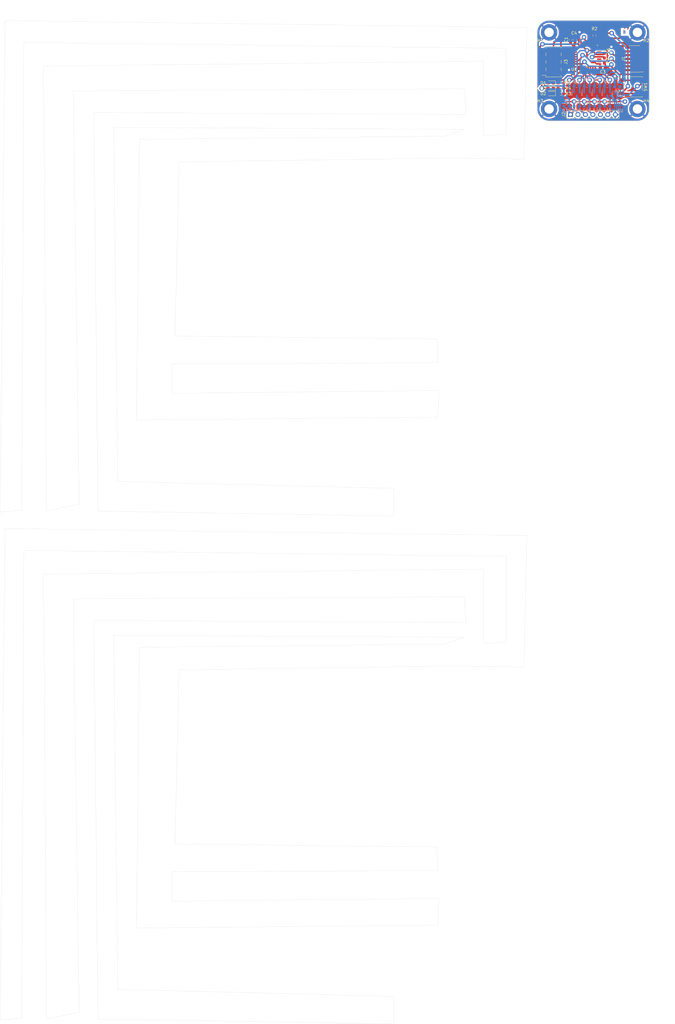
<source format=kicad_pcb>
(kicad_pcb (version 20221018) (generator pcbnew)
  (layers (0 "F.Cu" signal) (31 "B.Cu" signal) (34 "B.Paste" user) (35 "F.Paste" user) (36 "B.SilkS" user "B.Silkscreen") (37 "F.SilkS" user "F.Silkscreen") (38 "B.Mask" user) (39 "F.Mask" user) (44 "Edge.Cuts" user))
  (net 0 "")
  (net 1 "+5V-v2-")
  (net 2 "GND-v2-")
  (net 3 "+3.3V-v2-")
  (net 4 "Net-(D1-K)-v2-")
  (net 6 "Net-(D3-K)-v2-")
  (net 7 "Status_LED-v2-")
  (net 8 "Data_Clock_SNES-v2-")
  (net 9 "Data_Latch_SNES-v2-")
  (net 10 "Net-(D2-K)-v2-")
  (net 11 "Serial_Data1_SNES-v2-")
  (net 12 "Serial_Data2_SNES-v2-")
  (net 13 "SPI_Chip_Select-v2-")
  (net 14 "Chip_Enable-v2-")
  (net 15 "SPI_Digital_Input-v2-")
  (net 16 "SPI_Clock-v2-")
  (net 17 "SPI_Digital_Output-v2-")
  (net 18 "IOBit_SNES-v2-")
  (net 19 "Data_Clock_STM32-v2-")
  (net 20 "Data_Latch_STM32-v2-")
  (net 21 "Appairing_Btn-v2-")
  (net 22 "Net-(U2-BP)-v2-")
  (net 23 "SWDIO-v2-")
  (net 24 "SWDCK-v2-")
  (net 27 "NRST-v2-")
  (net 28 "USART2_RX-v2-")
  (net 29 "USART2_TX-v2-")
  (net 30 "Serial_Data1_STM32-v2-")
  (net 31 "IOBit_STM32-v2-")
  (net 32 "Serial_Data2_STM32-v2-")
  (footprint "Resistor_SMD:R_0603_1608Metric_Pad0.98x0.95mm_HandSolder" (layer "F.Cu") (at 191.76875 26.05)
    (fp_text reference "R3")
    (fp_text value "1k")
  )
  (footprint "Package_QFP:LQFP-32_7x7mm_P0.8mm" (layer "F.Cu") (at 200.6 13.15 180)
    (fp_text reference "U1")
    (fp_text value "STM32L412KBTx")
  )
  (footprint "Capacitor_SMD:C_0603_1608Metric_Pad1.08x0.95mm_HandSolder" (layer "F.Cu") (at 206.0025 17.19)
    (fp_text reference "C3")
    (fp_text value "100n")
  )
  (footprint "Connector_PinHeader_2.54mm:PinHeader_1x07_P2.54mm_Vertical" (layer "F.Cu") (at 195 33.15 90)
    (fp_text reference "J2")
    (fp_text value "Conn_01x07_Socket")
  )
  (footprint "MountingHole:MountingHole_3.2mm_M3_DIN965_Pad" (layer "F.Cu") (at 217.75 5.25)
    (fp_text reference "H2")
    (fp_text value "MountingHole_Pad")
  )
  (footprint "Resistor_SMD:R_0603_1608Metric_Pad0.98x0.95mm_HandSolder" (layer "F.Cu") (at 191.76875 22.45)
    (fp_text reference "R1")
    (fp_text value "1k")
  )
  (footprint "Button_Switch_SMD:SW_SPST_B3S-1000" (layer "F.Cu") (at 216.25 23.75 180)
    (fp_text reference "SW1")
    (fp_text value "SW_SPST")
  )
  (footprint "Connector_PinSocket_2.54mm:PinSocket_2x04_P2.54mm_Vertical_SMD" (layer "F.Cu") (at 189.25 15.25 180)
    (fp_text reference "J3")
    (fp_text value "Conn_01x08_Socket")
  )
  (footprint "MountingHole:MountingHole_3.2mm_M3_DIN965_Pad" (layer "F.Cu") (at 187.75 5.25)
    (fp_text reference "H1")
    (fp_text value "MountingHole_Pad")
  )
  (footprint "MountingHole:MountingHole_3.2mm_M3_DIN965_Pad" (layer "F.Cu") (at 217.75 31.25)
    (fp_text reference "H4")
    (fp_text value "MountingHole_Pad")
  )
  (footprint "Capacitor_SMD:C_0603_1608Metric_Pad1.08x0.95mm_HandSolder" (layer "F.Cu") (at 196.55 7.75 90)
    (fp_text reference "C4")
    (fp_text value "100n")
  )
  (footprint "Resistor_SMD:R_0603_1608Metric_Pad0.98x0.95mm_HandSolder" (layer "F.Cu") (at 191.76875 24.25)
    (fp_text reference "R4")
    (fp_text value "1k")
  )
  (footprint "Diode_SMD:D_0603_1608Metric_Pad1.05x0.95mm_HandSolder" (layer "F.Cu") (at 188.26875 22.45 180)
    (fp_text reference "D1")
    (fp_text value "LED_Small")
  )
  (footprint "Capacitor_SMD:C_0603_1608Metric_Pad1.08x0.95mm_HandSolder" (layer "F.Cu") (at 195.05 7.75 90)
    (fp_text reference "C1")
    (fp_text value "10u")
  )
  (footprint "MountingHole:MountingHole_3.2mm_M3_DIN965_Pad" (layer "F.Cu") (at 187.75 31.25)
    (fp_text reference "H3")
    (fp_text value "MountingHole_Pad")
  )
  (footprint "Capacitor_SMD:C_0603_1608Metric_Pad1.08x0.95mm_HandSolder" (layer "F.Cu") (at 206.51 11.5 90)
    (fp_text reference "C5")
    (fp_text value "100n")
  )
  (footprint "Capacitor_SMD:C_0603_1608Metric_Pad1.08x0.95mm_HandSolder" (layer "F.Cu") (at 206.51 14.8025 90)
    (fp_text reference "C2")
    (fp_text value "100n")
  )
  (footprint "Connector_PinHeader_1.27mm:PinHeader_2x07_P1.27mm_Vertical_SMD" (layer "F.Cu") (at 216.75 14.25 180)
    (fp_text reference "J1")
    (fp_text value "Conn_02x07_Odd_Even")
  )
  (footprint "Diode_SMD:D_0603_1608Metric_Pad1.05x0.95mm_HandSolder" (layer "F.Cu") (at 188.26875 24.25 180)
    (fp_text reference "D3")
    (fp_text value "LED")
  )
  (footprint "Resistor_SMD:R_0603_1608Metric_Pad0.98x0.95mm_HandSolder" (layer "F.Cu") (at 203.17 6.32 90)
    (fp_text reference "R2")
    (fp_text value "10k")
  )
  (footprint "Diode_SMD:D_0603_1608Metric_Pad1.05x0.95mm_HandSolder" (layer "F.Cu") (at 188.26875 26.05 180)
    (fp_text reference "D2")
    (fp_text value "LED_Small")
  )
  (footprint "Resistor_SMD:R_0603_1608Metric_Pad0.98x0.95mm_HandSolder" (layer "B.Cu") (at 197.15 30.35)
    (fp_text reference "R11")
    (fp_text value "10k")
  )
  (footprint "Resistor_SMD:R_0603_1608Metric_Pad0.98x0.95mm_HandSolder" (layer "B.Cu") (at 207.5 23.45)
    (fp_text reference "R9")
    (fp_text value "10k")
  )
  (footprint "Resistor_SMD:R_0603_1608Metric_Pad0.98x0.95mm_HandSolder" (layer "B.Cu") (at 204.05 23.45)
    (fp_text reference "R8")
    (fp_text value "10k")
  )
  (footprint "Resistor_SMD:R_0603_1608Metric_Pad0.98x0.95mm_HandSolder" (layer "B.Cu") (at 207.5 30.35)
    (fp_text reference "R14")
    (fp_text value "10k")
  )
  (footprint "Resistor_SMD:R_0603_1608Metric_Pad0.98x0.95mm_HandSolder" (layer "B.Cu") (at 200.6 23.45)
    (fp_text reference "R7")
    (fp_text value "10k")
  )
  (footprint "Resistor_SMD:R_0603_1608Metric_Pad0.98x0.95mm_HandSolder" (layer "B.Cu") (at 197.15 23.45)
    (fp_text reference "R6")
    (fp_text value "10k")
  )
  (footprint "Package_TO_SOT_SMD:SOT-23" (layer "B.Cu") (at 200.6 26.15 -90)
    (fp_text reference "Q3")
    (fp_text value "2N7002")
  )
  (footprint "Resistor_SMD:R_0603_1608Metric_Pad0.98x0.95mm_HandSolder" (layer "B.Cu") (at 204.05 30.35)
    (fp_text reference "R13")
    (fp_text value "10k")
  )
  (footprint "Package_TO_SOT_SMD:SOT-23" (layer "B.Cu") (at 207.5 26.15 -90)
    (fp_text reference "Q5")
    (fp_text value "2N7002")
  )
  (footprint "Resistor_SMD:R_0603_1608Metric_Pad0.98x0.95mm_HandSolder" (layer "B.Cu") (at 193.7 23.45)
    (fp_text reference "R5")
    (fp_text value "10k")
  )
  (footprint "Package_SO:MSOP-8_3x3mm_P0.65mm" (layer "B.Cu") (at 211.0125 27.9 -90)
    (fp_text reference "U2")
    (fp_text value "MIC5219-3.3YMM")
  )
  (footprint "Capacitor_SMD:C_0603_1608Metric_Pad1.08x0.95mm_HandSolder" (layer "B.Cu") (at 210.9 22.2 180)
    (fp_text reference "C7")
    (fp_text value "2.2u")
  )
  (footprint "Package_TO_SOT_SMD:SOT-23" (layer "B.Cu") (at 197.15 26.15 -90)
    (fp_text reference "Q2")
    (fp_text value "2N7002")
  )
  (footprint "Capacitor_SMD:C_0603_1608Metric_Pad1.08x0.95mm_HandSolder" (layer "B.Cu") (at 210.9 23.7 180)
    (fp_text reference "C6")
    (fp_text value "470p")
  )
  (footprint "Resistor_SMD:R_0603_1608Metric_Pad0.98x0.95mm_HandSolder" (layer "B.Cu") (at 200.6 30.35)
    (fp_text reference "R12")
    (fp_text value "10k")
  )
  (footprint "Package_TO_SOT_SMD:SOT-23" (layer "B.Cu") (at 193.7 26.15 -90)
    (fp_text reference "Q1")
    (fp_text value "2N7002")
  )
  (footprint "Resistor_SMD:R_0603_1608Metric_Pad0.98x0.95mm_HandSolder" (layer "B.Cu") (at 193.7 30.35)
    (fp_text reference "R10")
    (fp_text value "10k")
  )
  (footprint "Package_TO_SOT_SMD:SOT-23" (layer "B.Cu") (at 204.05 26.15 -90)
    (fp_text reference "Q4")
    (fp_text value "2N7002")
  )
  (gr_line (start 187.75 1.25) (end 217.75 1.25) (stroke (width 0.1)) (layer "Edge.Cuts"))
  (gr_line (start 180.219937 176.09989) (end 2.929937 173.74989) (stroke (width 0.05)) (layer "Edge.Cuts"))
  (gr_line (start 8.639937 339.94989) (end 9.309937 181.13989) (stroke (width 0.05)) (layer "Edge.Cuts"))
  (gr_line (start 28.119937 337.93989) (end 26.099937 197.58989) (stroke (width 0.05)) (layer "Edge.Cuts"))
  (gr_line (start 165.439937 40.19989) (end 165.439937 15.01989) (stroke (width 0.05)) (layer "Edge.Cuts"))
  (gr_line (start 33.149937 204.97989) (end 34.489937 340.28989) (stroke (width 0.05)) (layer "Edge.Cuts"))
  (gr_line (start 149.659937 281.86989) (end 60.679937 280.85989) (stroke (width 0.05)) (layer "Edge.Cuts"))
  (gr_line (start 28.119937 165.43989) (end 26.099937 25.08989) (stroke (width 0.05)) (layer "Edge.Cuts"))
  (gr_line (start 39.869937 210.00989) (end 158.729937 210.68989) (stroke (width 0.05)) (layer "Edge.Cuts"))
  (gr_line (start 153.019937 47.91989) (end 179.209937 48.25989) (stroke (width 0.05)) (layer "Edge.Cuts"))
  (gr_line (start 173.159937 10.64989) (end 173.159937 39.85989) (stroke (width 0.05)) (layer "Edge.Cuts"))
  (gr_line (start 221.75 5.25) (end 221.75 31.25) (stroke (width 0.1)) (layer "Edge.Cuts"))
  (gr_line (start 134.889937 332.56989) (end 41.209937 330.21989) (stroke (width 0.05)) (layer "Edge.Cuts"))
  (gr_line (start 165.439937 187.51989) (end 16.029937 189.19989) (stroke (width 0.05)) (layer "Edge.Cuts"))
  (gr_line (start 159.059937 196.91989) (end 159.399937 205.64989) (stroke (width 0.05)) (layer "Edge.Cuts"))
  (gr_line (start 183.75 31.25) (end 183.75 5.25) (stroke (width 0.1)) (layer "Edge.Cuts"))
  (gr_line (start 150.329937 126.82989) (end 59.679937 127.82989) (stroke (width 0.05)) (layer "Edge.Cuts"))
  (gr_line (start 60.679937 108.35989) (end 62.029937 49.26989) (stroke (width 0.05)) (layer "Edge.Cuts"))
  (gr_line (start 158.729937 38.18989) (end 152.349937 40.53989) (stroke (width 0.05)) (layer "Edge.Cuts"))
  (gr_line (start 9.309937 181.13989) (end 173.159937 183.14989) (stroke (width 0.05)) (layer "Edge.Cuts"))
  (gr_line (start 59.679937 300.32989) (end 59.679937 290.25989) (stroke (width 0.05)) (layer "Edge.Cuts"))
  (gr_arc (start 183.75 5.25) (mid 184.921573 2.421573) (end 187.75 1.25) (stroke (width 0.1)) (layer "Edge.Cuts"))
  (gr_line (start 62.029937 49.26989) (end 153.019937 47.91989) (stroke (width 0.05)) (layer "Edge.Cuts"))
  (gr_line (start 17.039937 167.78989) (end 28.119937 165.43989) (stroke (width 0.05)) (layer "Edge.Cuts"))
  (gr_line (start 173.159937 183.14989) (end 173.159937 212.35989) (stroke (width 0.05)) (layer "Edge.Cuts"))
  (gr_line (start 16.029937 16.69989) (end 17.039937 167.78989) (stroke (width 0.05)) (layer "Edge.Cuts"))
  (gr_line (start 152.349937 213.03989) (end 48.599937 214.03989) (stroke (width 0.05)) (layer "Edge.Cuts"))
  (gr_line (start 134.889937 341.96989) (end 134.889937 332.56989) (stroke (width 0.05)) (layer "Edge.Cuts"))
  (gr_line (start 165.439937 15.01989) (end 16.029937 16.69989) (stroke (width 0.05)) (layer "Edge.Cuts"))
  (gr_line (start 9.309937 8.63989) (end 173.159937 10.64989) (stroke (width 0.05)) (layer "Edge.Cuts"))
  (gr_line (start 60.679937 280.85989) (end 62.029937 221.76989) (stroke (width 0.05)) (layer "Edge.Cuts"))
  (gr_line (start 34.489937 340.28989) (end 134.889937 341.96989) (stroke (width 0.05)) (layer "Edge.Cuts"))
  (gr_line (start 173.159937 39.85989) (end 165.439937 40.19989) (stroke (width 0.05)) (layer "Edge.Cuts"))
  (gr_line (start 165.439937 212.69989) (end 165.439937 187.51989) (stroke (width 0.05)) (layer "Edge.Cuts"))
  (gr_line (start 41.209937 330.21989) (end 39.869937 210.00989) (stroke (width 0.05)) (layer "Edge.Cuts"))
  (gr_line (start 33.149937 32.47989) (end 34.489937 167.78989) (stroke (width 0.05)) (layer "Edge.Cuts"))
  (gr_line (start 34.489937 167.78989) (end 134.889937 169.46989) (stroke (width 0.05)) (layer "Edge.Cuts"))
  (gr_line (start 149.659937 109.36989) (end 60.679937 108.35989) (stroke (width 0.05)) (layer "Edge.Cuts"))
  (gr_line (start 47.589937 309.39989) (end 149.999937 308.38989) (stroke (width 0.05)) (layer "Edge.Cuts"))
  (gr_line (start 59.679937 127.82989) (end 59.679937 117.75989) (stroke (width 0.05)) (layer "Edge.Cuts"))
  (gr_line (start 159.059937 24.41989) (end 159.399937 33.14989) (stroke (width 0.05)) (layer "Edge.Cuts"))
  (gr_line (start 17.039937 340.28989) (end 28.119937 337.93989) (stroke (width 0.05)) (layer "Edge.Cuts"))
  (gr_line (start 134.889937 160.06989) (end 41.209937 157.71989) (stroke (width 0.05)) (layer "Edge.Cuts"))
  (gr_line (start 149.999937 117.42989) (end 149.659937 109.36989) (stroke (width 0.05)) (layer "Edge.Cuts"))
  (gr_line (start 180.219937 3.59989) (end 2.929937 1.24989) (stroke (width 0.05)) (layer "Edge.Cuts"))
  (gr_line (start 62.029937 221.76989) (end 153.019937 220.41989) (stroke (width 0.05)) (layer "Edge.Cuts"))
  (gr_line (start 152.349937 40.53989) (end 48.599937 41.53989) (stroke (width 0.05)) (layer "Edge.Cuts"))
  (gr_line (start 1.249937 340.62989) (end 8.639937 339.94989) (stroke (width 0.05)) (layer "Edge.Cuts"))
  (gr_line (start 217.75 35.25) (end 187.75 35.25) (stroke (width 0.1)) (layer "Edge.Cuts"))
  (gr_line (start 2.929937 173.74989) (end 1.249937 340.62989) (stroke (width 0.05)) (layer "Edge.Cuts"))
  (gr_line (start 134.889937 169.46989) (end 134.889937 160.06989) (stroke (width 0.05)) (layer "Edge.Cuts"))
  (gr_line (start 153.019937 220.41989) (end 179.209937 220.75989) (stroke (width 0.05)) (layer "Edge.Cuts"))
  (gr_line (start 41.209937 157.71989) (end 39.869937 37.50989) (stroke (width 0.05)) (layer "Edge.Cuts"))
  (gr_line (start 149.999937 135.88989) (end 150.329937 126.82989) (stroke (width 0.05)) (layer "Edge.Cuts"))
  (gr_line (start 150.329937 299.32989) (end 59.679937 300.32989) (stroke (width 0.05)) (layer "Edge.Cuts"))
  (gr_line (start 1.249937 168.12989) (end 8.639937 167.44989) (stroke (width 0.05)) (layer "Edge.Cuts"))
  (gr_line (start 39.869937 37.50989) (end 158.729937 38.18989) (stroke (width 0.05)) (layer "Edge.Cuts"))
  (gr_line (start 159.399937 205.64989) (end 33.149937 204.97989) (stroke (width 0.05)) (layer "Edge.Cuts"))
  (gr_line (start 26.099937 197.58989) (end 159.059937 196.91989) (stroke (width 0.05)) (layer "Edge.Cuts"))
  (gr_line (start 149.999937 308.38989) (end 150.329937 299.32989) (stroke (width 0.05)) (layer "Edge.Cuts"))
  (gr_arc (start 187.75 35.25) (mid 184.921573 34.078427) (end 183.75 31.25) (stroke (width 0.1)) (layer "Edge.Cuts"))
  (gr_line (start 48.599937 214.03989) (end 47.589937 309.39989) (stroke (width 0.05)) (layer "Edge.Cuts"))
  (gr_line (start 59.679937 290.25989) (end 149.999937 289.92989) (stroke (width 0.05)) (layer "Edge.Cuts"))
  (gr_line (start 159.399937 33.14989) (end 33.149937 32.47989) (stroke (width 0.05)) (layer "Edge.Cuts"))
  (gr_line (start 179.209937 220.75989) (end 180.219937 176.09989) (stroke (width 0.05)) (layer "Edge.Cuts"))
  (gr_line (start 16.029937 189.19989) (end 17.039937 340.28989) (stroke (width 0.05)) (layer "Edge.Cuts"))
  (gr_line (start 48.599937 41.53989) (end 47.589937 136.89989) (stroke (width 0.05)) (layer "Edge.Cuts"))
  (gr_line (start 59.679937 117.75989) (end 149.999937 117.42989) (stroke (width 0.05)) (layer "Edge.Cuts"))
  (gr_line (start 179.209937 48.25989) (end 180.219937 3.59989) (stroke (width 0.05)) (layer "Edge.Cuts"))
  (gr_line (start 26.099937 25.08989) (end 159.059937 24.41989) (stroke (width 0.05)) (layer "Edge.Cuts"))
  (gr_line (start 173.159937 212.35989) (end 165.439937 212.69989) (stroke (width 0.05)) (layer "Edge.Cuts"))
  (gr_line (start 8.639937 167.44989) (end 9.309937 8.63989) (stroke (width 0.05)) (layer "Edge.Cuts"))
  (gr_line (start 2.929937 1.24989) (end 1.249937 168.12989) (stroke (width 0.05)) (layer "Edge.Cuts"))
  (gr_line (start 47.589937 136.89989) (end 149.999937 135.88989) (stroke (width 0.05)) (layer "Edge.Cuts"))
  (gr_arc (start 217.75 1.25) (mid 220.578427 2.421573) (end 221.75 5.25) (stroke (width 0.1)) (layer "Edge.Cuts"))
  (gr_line (start 158.729937 210.68989) (end 152.349937 213.03989) (stroke (width 0.05)) (layer "Edge.Cuts"))
  (gr_arc (start 221.75 31.25) (mid 220.578427 34.078427) (end 217.75 35.25) (stroke (width 0.1)) (layer "Edge.Cuts"))
  (gr_line (start 149.999937 289.92989) (end 149.659937 281.86989) (stroke (width 0.05)) (layer "Edge.Cuts"))
  (gr_text "SNES Plug" (at 205.75 3.75) (layer "F.Cu") (effects (font (size 1 1)) (justify left bottom)))
  (gr_text "T" (at 212.75 5.75) (layer "F.Cu") (effects (font (size 1 1)) (justify left bottom)))
  (gr_text "B" (at 212.75 5.75) (layer "B.Cu") (effects (font (size 1 1)) (justify left bottom)))
  (segment (start 187.39375 26.05) (end 187.39375 26.084561) (width 0.5) (layer "F.Cu") (net 1))
  (segment (start 196.2375 31.9125) (end 195 33.15) (width 0.5) (layer "F.Cu") (net 1))
  (segment (start 203.1375 28.75) (end 206.5875 28.75) (width 0.5) (layer "F.Cu") (net 1))
  (segment (start 196.2375 28.75) (end 196.2375 31.9125) (width 0.5) (layer "F.Cu") (net 1))
  (segment (start 206.5875 28.75) (end 213.5 28.75) (width 0.5) (layer "F.Cu") (net 1))
  (segment (start 191.5 28.75) (end 196.2375 28.75) (width 0.5) (layer "F.Cu") (net 1))
  (segment (start 190.25 27.5) (end 191.5 28.75) (width 0.5) (layer "F.Cu") (net 1))
  (segment (start 196.2375 28.75) (end 199.6875 28.75) (width 0.3) (layer "F.Cu") (net 1))
  (segment (start 203.1375 28.75) (end 199.6875 28.75) (width 0.5) (layer "F.Cu") (net 1))
  (segment (start 187.39375 26.084561) (end 188.809189 27.5) (width 0.5) (layer "F.Cu") (net 1))
  (segment (start 188.809189 27.5) (end 190.25 27.5) (width 0.5) (layer "F.Cu") (net 1))
  (via (at 213.5 28.75) (size 1.6) (drill 0.8) (layers "F.Cu" "B.Cu") (net 1))
  (via (at 199.6875 28.75) (size 1.6) (drill 0.8) (layers "F.Cu" "B.Cu") (net 1))
  (via (at 203.1375 28.75) (size 1.6) (drill 0.8) (layers "F.Cu" "B.Cu") (net 1))
  (via (at 196.2375 28.75) (size 1.6) (drill 0.8) (layers "F.Cu" "B.Cu") (net 1))
  (via (at 206.5875 28.75) (size 1.6) (drill 0.8) (layers "F.Cu" "B.Cu") (net 1))
  (segment (start 195 33.15) (end 195 32.5625) (width 0.5) (layer "B.Cu") (net 1))
  (segment (start 199.6875 28.75) (end 199.6875 30.35) (width 0.5) (layer "B.Cu") (net 1))
  (segment (start 210.6875 25.7875) (end 210.6875 27.230761) (width 0.3) (layer "B.Cu") (net 1))
  (segment (start 212.106739 28.65) (end 210.6875 27.230761) (width 0.5) (layer "B.Cu") (net 1))
  (segment (start 213.4 28.65) (end 212.106739 28.65) (width 0.5) (layer "B.Cu") (net 1))
  (segment (start 203.1375 28.75) (end 203.1375 30.35) (width 0.5) (layer "B.Cu") (net 1))
  (segment (start 206.5875 28.75) (end 206.5875 30.35) (width 0.5) (layer "B.Cu") (net 1))
  (segment (start 196.2375 30.35) (end 196.2375 28.75) (width 0.5) (layer "B.Cu") (net 1))
  (segment (start 213.5 28.75) (end 213.4 28.65) (width 0.5) (layer "B.Cu") (net 1))
  (segment (start 195 32.5625) (end 192.7875 30.35) (width 0.5) (layer "B.Cu") (net 1))
  (segment (start 208.411689 10.6375) (end 206.51 10.6375) (width 0.5) (layer "F.Cu") (net 2))
  (segment (start 206.865 17.19) (end 206.865 16.02) (width 0.5) (layer "F.Cu") (net 2))
  (segment (start 203.4 17.325) (end 204.29 18.215) (width 0.5) (layer "F.Cu") (net 2))
  (segment (start 196.55 6.8875) (end 196.55 6.7) (width 0.5) (layer "F.Cu") (net 2))
  (segment (start 207.535 14.566193) (end 207.535 11.6625) (width 0.5) (layer "F.Cu") (net 2))
  (segment (start 207.535 11.6625) (end 206.51 10.6375) (width 0.5) (layer "F.Cu") (net 2))
  (segment (start 205.84 18.215) (end 206.865 17.19) (width 0.5) (layer "F.Cu") (net 2))
  (segment (start 194.5 18) (end 193.44 19.06) (width 0.5) (layer "F.Cu") (net 2))
  (segment (start 206.51 15.665) (end 206.51 15.591193) (width 0.5) (layer "F.Cu") (net 2))
  (segment (start 208.899189 10.15) (end 208.411689 10.6375) (width 0.5) (layer "F.Cu") (net 2))
  (segment (start 193.44 19.06) (end 191.77 19.06) (width 0.5) (layer "F.Cu") (net 2))
  (segment (start 195.05 6.8875) (end 196.55 6.8875) (width 0.5) (layer "F.Cu") (net 2))
  (segment (start 206.865 16.02) (end 206.51 15.665) (width 0.5) (layer "F.Cu") (net 2))
  (segment (start 196.55 6.7) (end 198.1 5.15) (width 0.5) (layer "F.Cu") (net 2))
  (segment (start 204.29 18.215) (end 205.84 18.215) (width 0.5) (layer "F.Cu") (net 2))
  (segment (start 198.1 5.15) (end 197.8 5.45) (width 0.5) (layer "F.Cu") (net 2))
  (segment (start 197.8 5.45) (end 197.8 8.975) (width 0.5) (layer "F.Cu") (net 2))
  (segment (start 206.51 15.591193) (end 207.535 14.566193) (width 0.5) (layer "F.Cu") (net 2))
  (via (at 208.899189 10.15) (size 1.6) (drill 0.8) (layers "F.Cu" "B.Cu") (net 2))
  (via (at 210.0375 20.15) (size 1.6) (drill 0.8) (layers "F.Cu" "B.Cu") (net 2))
  (via (at 194.5 18) (size 1.6) (drill 0.8) (layers "F.Cu" "B.Cu") (net 2))
  (via (at 198.1 5.15) (size 1.6) (drill 0.8) (layers "F.Cu" "B.Cu") (net 2))
  (segment (start 210.0375 20.1875) (end 210 20.15) (width 0.5) (layer "B.Cu") (net 2))
  (segment (start 201.15 5.15) (end 198.1 5.15) (width 0.5) (layer "B.Cu") (net 2))
  (segment (start 210.0375 22.2) (end 210.0375 23.7) (width 0.5) (layer "B.Cu") (net 2))
  (segment (start 208.899189 10.15) (end 206.15 10.15) (width 0.5) (layer "B.Cu") (net 2))
  (segment (start 210.0375 22.2) (end 210.0375 20.15) (width 0.5) (layer "B.Cu") (net 2))
  (segment (start 206.15 10.15) (end 201.15 5.15) (width 0.5) (layer "B.Cu") (net 2))
  (segment (start 200.6 13.809189) (end 200.6 11.4) (width 0.5) (layer "F.Cu") (net 3))
  (segment (start 200.6 11.4) (end 199.55 10.35) (width 0.5) (layer "F.Cu") (net 3))
  (segment (start 205.14 16.315) (end 204.775 15.95) (width 0.5) (layer "F.Cu") (net 3))
  (segment (start 218.7 16.79) (end 220.4 16.79) (width 0.5) (layer "F.Cu") (net 3))
  (segment (start 202.4 11.4) (end 200.6 11.4) (width 0.5) (layer "F.Cu") (net 3))
  (segment (start 220.225 21.5) (end 220.75 20.975) (width 0.5) (layer "F.Cu") (net 3))
  (segment (start 206.51 12.3625) (end 206.1225 12.75) (width 0.5) (layer "F.Cu") (net 3))
  (segment (start 203.420406 15.5) (end 202.290811 15.5) (width 0.5) (layer "F.Cu") (net 3))
  (segment (start 203.75 12.75) (end 202.4 11.4) (width 0.5) (layer "F.Cu") (net 3))
  (segment (start 206.1225 12.75) (end 204.775 12.75) (width 0.5) (layer "F.Cu") (net 3))
  (segment (start 187.39375 24.25) (end 185.25 24.25) (width 0.5) (layer "F.Cu") (net 3))
  (segment (start 220.4 16.79) (end 220.75 17.14) (width 0.5) (layer "F.Cu") (net 3))
  (segment (start 220.75 20.975) (end 220.75 17.14) (width 0.5) (layer "F.Cu") (net 3))
  (segment (start 185.25 20.54) (end 186.73 19.06) (width 0.5) (layer "F.Cu") (net 3))
  (segment (start 195.05 8.6125) (end 195.05 8.975) (width 0.5) (layer "F.Cu") (net 3))
  (segment (start 217.75 23.5) (end 218.225 23.5) (width 0.5) (layer "F.Cu") (net 3))
  (segment (start 199.55 10.35) (end 196.425 10.35) (width 0.5) (layer "F.Cu") (net 3))
  (segment (start 212.275 21.5) (end 220.225 21.5) (width 0.5) (layer "F.Cu") (net 3))
  (segment (start 204.775 12.75) (end 203.75 12.75) (width 0.5) (layer "F.Cu") (net 3))
  (segment (start 218.225 23.5) (end 220.225 21.5) (width 0.5) (layer "F.Cu") (net 3))
  (segment (start 196.425 8.7375) (end 196.55 8.6125) (width 0.5) (layer "F.Cu") (net 3))
  (segment (start 185.25 24.25) (end 185.25 20.54) (width 0.5) (layer "F.Cu") (net 3))
  (segment (start 203.870406 15.95) (end 203.420406 15.5) (width 0.5) (layer "F.Cu") (net 3))
  (segment (start 204.775 15.95) (end 203.870406 15.95) (width 0.5) (layer "F.Cu") (net 3))
  (segment (start 202.290811 15.5) (end 200.6 13.809189) (width 0.5) (layer "F.Cu") (net 3))
  (segment (start 195.05 8.975) (end 196.425 10.35) (width 0.5) (layer "F.Cu") (net 3))
  (segment (start 205.14 17.19) (end 205.14 16.315) (width 0.5) (layer "F.Cu") (net 3))
  (segment (start 196.425 10.35) (end 196.425 8.7375) (width 0.5) (layer "F.Cu") (net 3))
  (via (at 217.75 23.5) (size 1.6) (drill 0.8) (layers "F.Cu" "B.Cu") (net 3))
  (via (at 185.25 24.25) (size 1.6) (drill 0.8) (layers "F.Cu" "B.Cu") (net 3))
  (via (at 200.6 11.4) (size 1.6) (drill 0.8) (layers "F.Cu" "B.Cu") (net 3))
  (segment (start 185.25 24.25) (end 186.05 23.45) (width 0.5) (layer "B.Cu") (net 3))
  (segment (start 186.05 23.45) (end 192.7875 23.45) (width 0.5) (layer "B.Cu") (net 3))
  (segment (start 192.75 23.4875) (end 192.7875 23.45) (width 0.5) (layer "B.Cu") (net 3))
  (segment (start 195.171689 20.05) (end 196.2375 21.115811) (width 0.5) (layer "B.Cu") (net 3))
  (segment (start 213 26.506739) (end 213 22.75) (width 0.5) (layer "B.Cu") (net 3))
  (segment (start 213 26.506739) (end 212.356739 27.15) (width 0.5) (layer "B.Cu") (net 3))
  (segment (start 192.7875 23.45) (end 192.7875 21.315811) (width 0.5) (layer "B.Cu") (net 3))
  (segment (start 208.903311 18.8) (end 206.5875 21.115811) (width 0.5) (layer "B.Cu") (net 3))
  (segment (start 199.6875 21.115811) (end 200.753311 20.05) (width 0.5) (layer "B.Cu") (net 3))
  (segment (start 203.1 25.2125) (end 203.1 23.4875) (width 0.5) (layer "B.Cu") (net 3))
  (segment (start 196.2 23.4875) (end 196.2375 23.45) (width 0.5) (layer "B.Cu") (net 3))
  (segment (start 212.356739 27.15) (end 211.759683 27.15) (width 0.5) (layer "B.Cu") (net 3))
  (segment (start 196.2 25.2125) (end 196.2 23.4875) (width 0.5) (layer "B.Cu") (net 3))
  (segment (start 197.303311 12.446689) (end 197.303311 20.05) (width 0.5) (layer "B.Cu") (net 3))
  (segment (start 213 22.75) (end 212.45 22.2) (width 0.5) (layer "B.Cu") (net 3))
  (segment (start 211.3375 26.727817) (end 211.759683 27.15) (width 0.3) (layer "B.Cu") (net 3))
  (segment (start 206.55 23.4875) (end 206.5875 23.45) (width 0.5) (layer "B.Cu") (net 3))
  (segment (start 199.65 25.2125) (end 199.65 23.4875) (width 0.5) (layer "B.Cu") (net 3))
  (segment (start 203.1375 21.115811) (end 203.1375 23.45) (width 0.5) (layer "B.Cu") (net 3))
  (segment (start 211.3375 25.7875) (end 211.3375 26.727817) (width 0.3) (layer "B.Cu") (net 3))
  (segment (start 211.7625 22.2) (end 211.7625 19.965811) (width 0.5) (layer "B.Cu") (net 3))
  (segment (start 192.75 25.2125) (end 192.75 23.4875) (width 0.5) (layer "B.Cu") (net 3))
  (segment (start 198.35 11.4) (end 197.303311 12.446689) (width 0.5) (layer "B.Cu") (net 3))
  (segment (start 214.743261 26.506739) (end 213 26.506739) (width 0.5) (layer "B.Cu") (net 3))
  (segment (start 199.65 23.4875) (end 199.6875 23.45) (width 0.5) (layer "B.Cu") (net 3))
  (segment (start 206.5875 21.115811) (end 205.521689 20.05) (width 0.5) (layer "B.Cu") (net 3))
  (segment (start 204.203311 20.05) (end 203.1375 21.115811) (width 0.5) (layer "B.Cu") (net 3))
  (segment (start 196.2375 21.115811) (end 196.2375 23.45) (width 0.5) (layer "B.Cu") (net 3))
  (segment (start 199.6875 23.45) (end 199.6875 21.115811) (width 0.5) (layer "B.Cu") (net 3))
  (segment (start 197.303311 20.05) (end 196.2375 21.115811) (width 0.5) (layer "B.Cu") (net 3))
  (segment (start 205.521689 20.05) (end 204.203311 20.05) (width 0.5) (layer "B.Cu") (net 3))
  (segment (start 206.5875 23.45) (end 206.5875 21.115811) (width 0.5) (layer "B.Cu") (net 3))
  (segment (start 206.55 25.2125) (end 206.55 23.4875) (width 0.5) (layer "B.Cu") (net 3))
  (segment (start 214.743261 26.506739) (end 217.75 23.5) (width 0.5) (layer "B.Cu") (net 3))
  (segment (start 203.1 23.4875) (end 203.1375 23.45) (width 0.5) (layer "B.Cu") (net 3))
  (segment (start 202.071689 20.05) (end 203.1375 21.115811) (width 0.5) (layer "B.Cu") (net 3))
  (segment (start 199.6875 21.115811) (end 198.621689 20.05) (width 0.5) (layer "B.Cu") (net 3))
  (segment (start 210.596689 18.8) (end 208.903311 18.8) (width 0.5) (layer "B.Cu") (net 3))
  (segment (start 198.621689 20.05) (end 197.303311 20.05) (width 0.5) (layer "B.Cu") (net 3))
  (segment (start 200.753311 20.05) (end 202.071689 20.05) (width 0.5) (layer "B.Cu") (net 3))
  (segment (start 192.7875 21.315811) (end 194.053311 20.05) (width 0.5) (layer "B.Cu") (net 3))
  (segment (start 194.053311 20.05) (end 195.171689 20.05) (width 0.5) (layer "B.Cu") (net 3))
  (segment (start 211.7625 19.965811) (end 210.596689 18.8) (width 0.5) (layer "B.Cu") (net 3))
  (segment (start 212.45 22.2) (end 211.7625 22.2) (width 0.5) (layer "B.Cu") (net 3))
  (segment (start 200.6 11.4) (end 198.35 11.4) (width 0.5) (layer "B.Cu") (net 3))
  (segment (start 190.85625 22.45) (end 189.14375 22.45) (width 0.5) (layer "F.Cu") (net 4))
  (segment (start 190.85625 24.25) (end 189.14375 24.25) (width 0.5) (layer "F.Cu") (net 6))
  (segment (start 192.575 21.425) (end 194 20) (width 0.5) (layer "F.Cu") (net 7))
  (segment (start 194 20) (end 195.125 20) (width 0.5) (layer "F.Cu") (net 7))
  (segment (start 187.39375 22.45) (end 188.41875 21.425) (width 0.5) (layer "F.Cu") (net 7))
  (segment (start 195.125 20) (end 197.8 17.325) (width 0.5) (layer "F.Cu") (net 7))
  (segment (start 188.41875 21.425) (end 192.575 21.425) (width 0.5) (layer "F.Cu") (net 7))
  (segment (start 197.54 32.54) (end 196.75 31.75) (width 0.5) (layer "B.Cu") (net 8))
  (segment (start 194.6125 28) (end 193.7 27.0875) (width 0.5) (layer "B.Cu") (net 8))
  (segment (start 197.54 33.15) (end 197.54 32.54) (width 0.5) (layer "B.Cu") (net 8))
  (segment (start 196.75 31.75) (end 196.0125 31.75) (width 0.5) (layer "B.Cu") (net 8))
  (segment (start 196.0125 31.75) (end 194.6125 30.35) (width 0.5) (layer "B.Cu") (net 8))
  (segment (start 194.6125 30.35) (end 194.6125 28) (width 0.5) (layer "B.Cu") (net 8))
  (segment (start 198.0625 31.2125) (end 200 33.15) (width 0.5) (layer "B.Cu") (net 9))
  (segment (start 198.0625 30.35) (end 198.0625 31.2125) (width 0.5) (layer "B.Cu") (net 9))
  (segment (start 198.0625 30.35) (end 198.0625 28) (width 0.5) (layer "B.Cu") (net 9))
  (segment (start 198.0625 28) (end 197.15 27.0875) (width 0.5) (layer "B.Cu") (net 9))
  (segment (start 189.14375 26.05) (end 190.85625 26.05) (width 0.5) (layer "F.Cu") (net 10))
  (segment (start 201.5125 30.35) (end 201.5125 28) (width 0.5) (layer "B.Cu") (net 11))
  (segment (start 201.5125 30.35) (end 201.5125 32.1625) (width 0.5) (layer "B.Cu") (net 11))
  (segment (start 201.5125 32.1625) (end 202.5 33.15) (width 0.5) (layer "B.Cu") (net 11))
  (segment (start 201.5125 28) (end 200.6 27.0875) (width 0.5) (layer "B.Cu") (net 11))
  (segment (start 204.9625 30.35) (end 204.9625 33.1125) (width 0.5) (layer "B.Cu") (net 12))
  (segment (start 204.9625 33.1125) (end 205 33.15) (width 0.5) (layer "B.Cu") (net 12))
  (segment (start 204.9625 28) (end 204.05 27.0875) (width 0.5) (layer "B.Cu") (net 12))
  (segment (start 204.9625 30.35) (end 204.9625 28) (width 0.5) (layer "B.Cu") (net 12))
  (segment (start 194.85 11.15) (end 194 12) (width 0.5) (layer "F.Cu") (net 13))
  (segment (start 188 15.25) (end 186.73 16.52) (width 0.5) (layer "F.Cu") (net 13))
  (segment (start 193.5 15.25) (end 188 15.25) (width 0.5) (layer "F.Cu") (net 13))
  (segment (start 194 14.75) (end 193.5 15.25) (width 0.5) (layer "F.Cu") (net 13))
  (segment (start 196.425 11.15) (end 194.85 11.15) (width 0.5) (layer "F.Cu") (net 13))
  (segment (start 194 12) (end 194 14.75) (width 0.5) (layer "F.Cu") (net 13))
  (segment (start 195.520406 11.95) (end 196.425 11.95) (width 0.5) (layer "F.Cu") (net 14))
  (segment (start 195.125 15.625) (end 195.125 12.345406) (width 0.5) (layer "F.Cu") (net 14))
  (segment (start 191.77 16.52) (end 194.23 16.52) (width 0.5) (layer "F.Cu") (net 14))
  (segment (start 195.125 12.345406) (end 195.520406 11.95) (width 0.5) (layer "F.Cu") (net 14))
  (segment (start 194.23 16.52) (end 195.125 15.625) (width 0.5) (layer "F.Cu") (net 14))
  (segment (start 198.8 3.8) (end 201 6) (width 0.5) (layer "F.Cu") (net 15))
  (segment (start 201 6) (end 201 8.975) (width 0.5) (layer "F.Cu") (net 15))
  (segment (start 196.486307 3.8) (end 198.8 3.8) (width 0.5) (layer "F.Cu") (net 15))
  (segment (start 191.77 11.44) (end 191.77 8.516307) (width 0.5) (layer "F.Cu") (net 15))
  (segment (start 191.77 8.516307) (end 196.486307 3.8) (width 0.5) (layer "F.Cu") (net 15))
  (segment (start 199.75 2.5) (end 201.8 4.55) (width 0.5) (layer "F.Cu") (net 16))
  (segment (start 195.75 2.5) (end 199.75 2.5) (width 0.5) (layer "F.Cu") (net 16))
  (segment (start 201.8 4.55) (end 201.8 8.975) (width 0.5) (layer "F.Cu") (net 16))
  (segment (start 189.25 9) (end 195.75 2.5) (width 0.5) (layer "F.Cu") (net 16))
  (segment (start 191.77 13.98) (end 190.77 13.98) (width 0.5) (layer "F.Cu") (net 16))
  (segment (start 189.25 12.46) (end 189.25 9) (width 0.5) (layer "F.Cu") (net 16))
  (segment (start 190.77 13.98) (end 189.25 12.46) (width 0.5) (layer "F.Cu") (net 16))
  (segment (start 185.73 13.98) (end 184.68 12.93) (width 0.5) (layer "F.Cu") (net 17))
  (segment (start 186.73 13.98) (end 185.73 13.98) (width 0.5) (layer "F.Cu") (net 17))
  (segment (start 199.6 7.470406) (end 200.2 8.070406) (width 0.5) (layer "F.Cu") (net 17))
  (segment (start 200.2 8.070406) (end 200.2 8.975) (width 0.5) (layer "F.Cu") (net 17))
  (segment (start 184.68 10.07) (end 185.5 9.25) (width 0.5) (layer "F.Cu") (net 17))
  (segment (start 184.68 12.93) (end 184.68 10.07) (width 0.5) (layer "F.Cu") (net 17))
  (segment (start 199.6 6.9) (end 199.6 7.470406) (width 0.5) (layer "F.Cu") (net 17))
  (via (at 185.5 9.25) (size 1.6) (drill 0.8) (layers "F.Cu" "B.Cu") (net 17))
  (via (at 199.6 6.9) (size 1.6) (drill 0.8) (layers "F.Cu" "B.Cu") (net 17))
  (segment (start 185.5 9.25) (end 197.25 9.25) (width 0.5) (layer "B.Cu") (net 17))
  (segment (start 197.25 9.25) (end 199.6 6.9) (width 0.5) (layer "B.Cu") (net 17))
  (segment (start 208.4125 30.35) (end 208.4125 28) (width 0.5) (layer "B.Cu") (net 18))
  (segment (start 208.4125 30.35) (end 208.4125 32.2375) (width 0.5) (layer "B.Cu") (net 18))
  (segment (start 208.4125 28) (end 207.5 27.0875) (width 0.5) (layer "B.Cu") (net 18))
  (segment (start 208.4125 32.2375) (end 207.5 33.15) (width 0.5) (layer "B.Cu") (net 18))
  (segment (start 194.6125 21.4) (end 195.429594 21.4) (width 0.5) (layer "F.Cu") (net 19))
  (segment (start 195.429594 21.4) (end 198.6 18.229594) (width 0.5) (layer "F.Cu") (net 19))
  (segment (start 198.6 18.229594) (end 198.6 17.325) (width 0.5) (layer "F.Cu") (net 19))
  (via (at 194.6125 21.4) (size 1.6) (drill 0.8) (layers "F.Cu" "B.Cu") (net 19))
  (segment (start 194.65 23.4875) (end 194.6125 23.45) (width 0.5) (layer "B.Cu") (net 19))
  (segment (start 194.6125 23.45) (end 194.6125 21.4) (width 0.5) (layer "B.Cu") (net 19))
  (segment (start 194.65 25.2125) (end 194.65 23.4875) (width 0.5) (layer "B.Cu") (net 19))
  (segment (start 199.4 20.0625) (end 199.4 17.325) (width 0.5) (layer "F.Cu") (net 20))
  (segment (start 198.0625 21.4) (end 199.4 20.0625) (width 0.5) (layer "F.Cu") (net 20))
  (via (at 198.0625 21.4) (size 1.6) (drill 0.8) (layers "F.Cu" "B.Cu") (net 20))
  (segment (start 198.1 23.4875) (end 198.0625 23.45) (width 0.5) (layer "B.Cu") (net 20))
  (segment (start 198.0625 23.45) (end 198.0625 21.4) (width 0.5) (layer "B.Cu") (net 20))
  (segment (start 198.1 25.2125) (end 198.1 23.4875) (width 0.5) (layer "B.Cu") (net 20))
  (segment (start 214.5 23.5) (end 214.5 23.75) (width 0.5) (layer "F.Cu") (net 21))
  (segment (start 202.6 8.975) (end 202.6 7.8025) (width 0.5) (layer "F.Cu") (net 21))
  (segment (start 220.225 26) (end 212.275 26) (width 0.5) (layer "F.Cu") (net 21))
  (segment (start 214.5 23.75) (end 212.275 25.975) (width 0.5) (layer "F.Cu") (net 21))
  (segment (start 209 5.5) (end 204.9025 5.5) (width 0.5) (layer "F.Cu") (net 21))
  (segment (start 204.9025 5.5) (end 203.17 7.2325) (width 0.5) (layer "F.Cu") (net 21))
  (segment (start 212.275 25.975) (end 212.275 26) (width 0.5) (layer "F.Cu") (net 21))
  (segment (start 202.6 7.8025) (end 203.17 7.2325) (width 0.5) (layer "F.Cu") (net 21))
  (via (at 214.5 23.5) (size 1.6) (drill 0.8) (layers "F.Cu" "B.Cu") (net 21))
  (via (at 209 5.5) (size 1.6) (drill 0.8) (layers "F.Cu" "B.Cu") (net 21))
  (segment (start 214.5 11) (end 209 5.5) (width 0.5) (layer "B.Cu") (net 21))
  (segment (start 214.5 23.5) (end 214.5 11) (width 0.5) (layer "B.Cu") (net 21))
  (segment (start 211.9875 25.7875) (end 211.9875 23.925) (width 0.3) (layer "B.Cu") (net 22))
  (segment (start 211.9875 23.925) (end 211.7625 23.7) (width 0.3) (layer "B.Cu") (net 22))
  (segment (start 212.809189 18.06) (end 208.899189 14.15) (width 0.5) (layer "F.Cu") (net 23))
  (segment (start 199.1 13.379594) (end 199.1 13) (width 0.5) (layer "F.Cu") (net 23))
  (segment (start 214.8 18.06) (end 212.809189 18.06) (width 0.5) (layer "F.Cu") (net 23))
  (segment (start 196.425 15.15) (end 197.329594 15.15) (width 0.5) (layer "F.Cu") (net 23))
  (segment (start 197.329594 15.15) (end 199.1 13.379594) (width 0.5) (layer "F.Cu") (net 23))
  (via (at 199.1 13) (size 1.6) (drill 0.8) (layers "F.Cu" "B.Cu") (net 23))
  (via (at 208.899189 14.15) (size 1.6) (drill 0.8) (layers "F.Cu" "B.Cu") (net 23))
  (segment (start 208.049189 15) (end 208.899189 14.15) (width 0.5) (layer "B.Cu") (net 23))
  (segment (start 201.75 15) (end 208.049189 15) (width 0.5) (layer "B.Cu") (net 23))
  (segment (start 199.1 13) (end 199.75 13) (width 0.5) (layer "B.Cu") (net 23))
  (segment (start 199.75 13) (end 201.75 15) (width 0.5) (layer "B.Cu") (net 23))
  (segment (start 218.7 18.06) (end 217.87 18.06) (width 0.5) (layer "F.Cu") (net 24))
  (segment (start 208.899189 16.899189) (end 208.899189 16.15) (width 0.5) (layer "F.Cu") (net 24))
  (segment (start 199.75 15.25) (end 199.05 15.95) (width 0.5) (layer "F.Cu") (net 24))
  (segment (start 217.87 18.06) (end 216.43 19.5) (width 0.5) (layer "F.Cu") (net 24))
  (segment (start 199.05 15.95) (end 196.425 15.95) (width 0.5) (layer "F.Cu") (net 24))
  (segment (start 216.43 19.5) (end 211.5 19.5) (width 0.5) (layer "F.Cu") (net 24))
  (segment (start 211.5 19.5) (end 208.899189 16.899189) (width 0.5) (layer "F.Cu") (net 24))
  (via (at 208.899189 16.15) (size 1.6) (drill 0.8) (layers "F.Cu" "B.Cu") (net 24))
  (via (at 199.75 15.25) (size 1.6) (drill 0.8) (layers "F.Cu" "B.Cu") (net 24))
  (segment (start 201.25 16.75) (end 208.299189 16.75) (width 0.5) (layer "B.Cu") (net 24))
  (segment (start 199.75 15.25) (end 201.25 16.75) (width 0.5) (layer "B.Cu") (net 24))
  (segment (start 208.299189 16.75) (end 208.899189 16.15) (width 0.5) (layer "B.Cu") (net 24))
  (segment (start 209.729189 12.98) (end 208.899189 12.15) (width 0.5) (layer "F.Cu") (net 27))
  (segment (start 204.775 13.55) (end 202.45 13.55) (width 0.5) (layer "F.Cu") (net 27))
  (segment (start 206.12 13.55) (end 204.775 13.55) (width 0.5) (layer "F.Cu") (net 27))
  (segment (start 214.8 12.98) (end 209.729189 12.98) (width 0.5) (layer "F.Cu") (net 27))
  (segment (start 206.51 13.94) (end 206.12 13.55) (width 0.5) (layer "F.Cu") (net 27))
  (segment (start 202.45 13.55) (end 202.35 13.65) (width 0.5) (layer "F.Cu") (net 27))
  (via (at 202.35 13.65) (size 1.6) (drill 0.8) (layers "F.Cu" "B.Cu") (net 27))
  (via (at 208.899189 12.15) (size 1.6) (drill 0.8) (layers "F.Cu" "B.Cu") (net 27))
  (segment (start 203.85 12.15) (end 202.35 13.65) (width 0.5) (layer "B.Cu") (net 27))
  (segment (start 208.899189 12.15) (end 203.85 12.15) (width 0.5) (layer "B.Cu") (net 27))
  (segment (start 216.75 11.25) (end 216.29 11.71) (width 0.5) (layer "F.Cu") (net 28))
  (segment (start 216.75 9.72) (end 216.75 11.25) (width 0.5) (layer "F.Cu") (net 28))
  (segment (start 214.28 7.25) (end 216.75 9.72) (width 0.5) (layer "F.Cu") (net 28))
  (segment (start 216.29 11.71) (end 214.8 11.71) (width 0.5) (layer "F.Cu") (net 28))
  (segment (start 205.125 7.25) (end 214.28 7.25) (width 0.5) (layer "F.Cu") (net 28))
  (segment (start 203.4 8.975) (end 205.125 7.25) (width 0.5) (layer "F.Cu") (net 28))
  (segment (start 214.8 10.44) (end 213.16 8.8) (width 0.5) (layer "F.Cu") (net 29))
  (segment (start 213.16 8.8) (end 206.325 8.8) (width 0.5) (layer "F.Cu") (net 29))
  (segment (start 206.325 8.8) (end 204.775 10.35) (width 0.5) (layer "F.Cu") (net 29))
  (segment (start 200.2 17.325) (end 200.2 20.0875) (width 0.5) (layer "F.Cu") (net 30))
  (segment (start 200.2 20.0875) (end 201.5125 21.4) (width 0.5) (layer "F.Cu") (net 30))
  (via (at 201.5125 21.4) (size 1.6) (drill 0.8) (layers "F.Cu" "B.Cu") (net 30))
  (segment (start 201.55 23.4875) (end 201.5125 23.45) (width 0.5) (layer "B.Cu") (net 30))
  (segment (start 201.5125 23.45) (end 201.5125 21.4) (width 0.5) (layer "B.Cu") (net 30))
  (segment (start 201.55 25.2125) (end 201.55 23.4875) (width 0.5) (layer "B.Cu") (net 30))
  (segment (start 201.8 18.560964) (end 201.8 17.325) (width 0.5) (layer "F.Cu") (net 31))
  (segment (start 208.4125 21.4) (end 206.5625 19.55) (width 0.5) (layer "F.Cu") (net 31))
  (segment (start 206.5625 19.55) (end 202.789036 19.55) (width 0.5) (layer "F.Cu") (net 31))
  (segment (start 202.789036 19.55) (end 201.8 18.560964) (width 0.5) (layer "F.Cu") (net 31))
  (via (at 208.4125 21.4) (size 1.6) (drill 0.8) (layers "F.Cu" "B.Cu") (net 31))
  (segment (start 208.4125 23.45) (end 208.4125 21.4) (width 0.5) (layer "B.Cu") (net 31))
  (segment (start 208.45 23.4875) (end 208.4125 23.45) (width 0.5) (layer "B.Cu") (net 31))
  (segment (start 208.45 25.2125) (end 208.45 23.4875) (width 0.5) (layer "B.Cu") (net 31))
  (segment (start 204.9625 21.4) (end 203.421689 21.4) (width 0.5) (layer "F.Cu") (net 32))
  (segment (start 203.421689 21.4) (end 201 18.978311) (width 0.5) (layer "F.Cu") (net 32))
  (segment (start 201 18.978311) (end 201 17.325) (width 0.5) (layer "F.Cu") (net 32))
  (via (at 204.9625 21.4) (size 1.6) (drill 0.8) (layers "F.Cu" "B.Cu") (net 32))
  (segment (start 205 25.2125) (end 205 23.4875) (width 0.5) (layer "B.Cu") (net 32))
  (segment (start 204.9625 23.45) (end 204.9625 21.4) (width 0.5) (layer "B.Cu") (net 32))
  (segment (start 205 23.4875) (end 204.9625 23.45) (width 0.5) (layer "B.Cu") (net 32))
  (zone (net 2) (net_name "GND-v2-") (layer "F.Cu") (connect_pads (clearance 0.5)) (min_thickness 0.25) (fill yes (thermal_gap 0.5) (thermal_bridge_width 0.5))
    (polygon (pts (xy 183.75 1.25) (xy 221.75 1.25) (xy 221.75 35.25) (xy 183.75 35.25)))
  )
  (zone (net 2) (net_name "GND-v2-") (layer "B.Cu") (priority 1) (connect_pads (clearance 0.5)) (min_thickness 0.25) (fill yes (thermal_gap 0.5) (thermal_bridge_width 0.5))
    (polygon (pts (xy 183.75 1.25) (xy 221.75 1.25) (xy 221.75 35.25) (xy 183.75 35.25)))
  )
)
</source>
